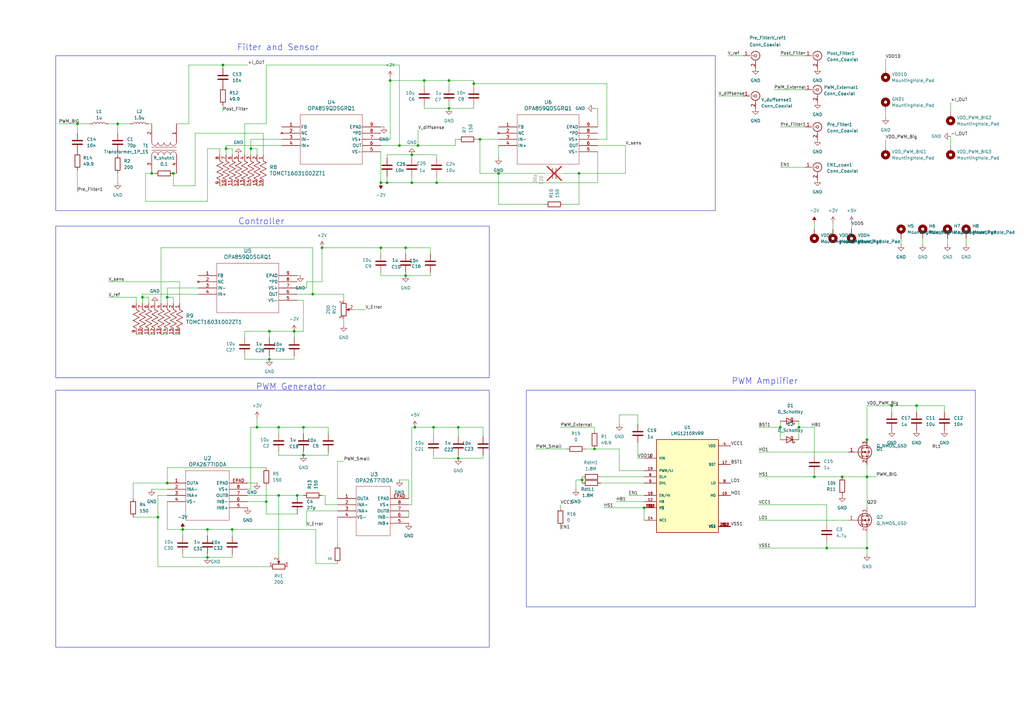
<source format=kicad_sch>
(kicad_sch (version 20231120) (generator "eeschema") (generator_version "8.0")
  (paper "A3")
  (junction (at 71.12 71.12))
  (junction (at 264.16 208.28))
  (junction (at 334.01 195.58))
  (junction (at 204.47 71.12))
  (junction (at 184.15 33.02))
  (junction (at 156.21 101.6))
  (junction (at 355.6 180.34))
  (junction (at 52.07 356.87))
  (junction (at 163.83 59.69))
  (junction (at 187.96 187.96))
  (junction (at 327.66 175.26))
  (junction (at 48.26 50.8))
  (junction (at 243.84 184.15))
  (junction (at 68.58 198.12))
  (junction (at 128.27 120.65))
  (junction (at 237.49 71.12))
  (junction (at 339.09 224.79))
  (junction (at 171.45 59.69))
  (junction (at 177.8 175.26))
  (junction (at 91.44 26.67))
  (junction (at 114.3 203.2))
  (junction (at 92.71 359.41))
  (junction (at 110.49 147.32))
  (junction (at 85.09 217.17))
  (junction (at 58.42 121.92))
  (junction (at 109.22 205.74))
  (junction (at 85.09 228.6))
  (junction (at 95.25 217.17))
  (junction (at 196.85 57.15))
  (junction (at 124.46 186.69))
  (junction (at 173.99 33.02))
  (junction (at 105.41 175.26))
  (junction (at 158.75 74.93))
  (junction (at 92.71 60.96))
  (junction (at 168.91 74.93))
  (junction (at 345.44 195.58))
  (junction (at 62.23 71.12))
  (junction (at 156.21 74.93))
  (junction (at 320.04 175.26))
  (junction (at 132.08 101.6))
  (junction (at 355.6 224.79))
  (junction (at 120.65 135.89))
  (junction (at 187.96 175.26))
  (junction (at 123.19 356.87))
  (junction (at 194.31 34.29))
  (junction (at 69.85 359.41))
  (junction (at 64.77 212.09))
  (junction (at 355.6 195.58))
  (junction (at 124.46 175.26))
  (junction (at 160.02 33.02))
  (junction (at 110.49 135.89))
  (junction (at 121.92 203.2))
  (junction (at 179.07 74.93))
  (junction (at 31.75 50.8))
  (junction (at 365.76 166.37))
  (junction (at 375.92 166.37))
  (junction (at 115.57 356.87))
  (junction (at 68.58 121.92))
  (junction (at 168.91 63.5))
  (junction (at 114.3 175.26))
  (junction (at 166.37 113.03))
  (junction (at 238.76 196.85))
  (junction (at 170.18 175.26))
  (junction (at 184.15 44.45))
  (junction (at 166.37 101.6))
  (junction (at 102.87 60.96))
  (junction (at 74.93 217.17))
  (wire (pts (xy 334.01 195.58) (xy 345.44 195.58)))
  (wire (pts (xy 156.21 111.76) (xy 156.21 113.03)))
  (wire (pts (xy 240.03 184.15) (xy 243.84 184.15)))
  (wire (pts (xy 176.53 113.03) (xy 176.53 111.76)))
  (wire (pts (xy 128.27 101.6) (xy 128.27 120.65)))
  (wire (pts (xy 237.49 71.12) (xy 237.49 83.82)))
  (wire (pts (xy 44.45 50.8) (xy 48.26 50.8)))
  (wire (pts (xy 123.19 356.87) (xy 123.19 378.46)))
  (wire (pts (xy 90.17 60.96) (xy 90.17 63.5)))
  (wire (pts (xy 46.99 382.27) (xy 46.99 356.87)))
  (wire (pts (xy 71.12 71.12) (xy 71.12 76.2)))
  (wire (pts (xy 365.76 166.37) (xy 375.92 166.37)))
  (wire (pts (xy 156.21 74.93) (xy 158.75 74.93)))
  (wire (pts (xy 124.46 186.69) (xy 124.46 185.42)))
  (wire (pts (xy 125.73 209.55) (xy 138.43 209.55)))
  (wire (pts (xy 187.96 179.07) (xy 187.96 175.26)))
  (wire (pts (xy 102.87 200.66) (xy 101.6 200.66)))
  (wire (pts (xy 156.21 57.15) (xy 160.02 57.15)))
  (wire (pts (xy 186.69 57.15) (xy 186.69 59.69)))
  (wire (pts (xy 109.22 199.39) (xy 109.22 205.74)))
  (wire (pts (xy 173.99 35.56) (xy 173.99 33.02)))
  (wire (pts (xy 168.91 175.26) (xy 170.18 175.26)))
  (wire (pts (xy 74.93 228.6) (xy 85.09 228.6)))
  (wire (pts (xy 389.89 55.88) (xy 389.89 59.69)))
  (wire (pts (xy 179.07 72.39) (xy 179.07 74.93)))
  (wire (pts (xy 68.58 121.92) (xy 68.58 118.11)))
  (wire (pts (xy 58.42 121.92) (xy 60.96 121.92)))
  (wire (pts (xy 194.31 34.29) (xy 248.92 34.29)))
  (wire (pts (xy 110.49 147.32) (xy 120.65 147.32)))
  (wire (pts (xy 355.6 190.5) (xy 355.6 195.58)))
  (wire (pts (xy 105.41 63.5) (xy 105.41 60.96)))
  (wire (pts (xy 55.88 121.92) (xy 55.88 124.46)))
  (wire (pts (xy 105.41 60.96) (xy 102.87 60.96)))
  (wire (pts (xy 160.02 33.02) (xy 173.99 33.02)))
  (wire (pts (xy 124.46 177.8) (xy 124.46 175.26)))
  (wire (pts (xy 100.33 76.2) (xy 102.87 76.2)))
  (wire (pts (xy 100.33 146.05) (xy 100.33 147.32)))
  (wire (pts (xy 66.04 349.25) (xy 69.85 349.25)))
  (wire (pts (xy 298.45 22.86) (xy 304.8 22.86)))
  (wire (pts (xy 58.42 120.65) (xy 81.28 120.65)))
  (wire (pts (xy 375.92 166.37) (xy 375.92 168.91)))
  (wire (pts (xy 74.93 219.71) (xy 74.93 217.17)))
  (wire (pts (xy 184.15 44.45) (xy 184.15 43.18)))
  (wire (pts (xy 107.95 54.61) (xy 107.95 63.5)))
  (wire (pts (xy 74.93 227.33) (xy 74.93 228.6)))
  (wire (pts (xy 91.44 354.33) (xy 96.52 354.33)))
  (wire (pts (xy 204.47 71.12) (xy 196.85 71.12)))
  (wire (pts (xy 74.93 217.17) (xy 68.58 217.17)))
  (wire (pts (xy 90.17 76.2) (xy 92.71 76.2)))
  (wire (pts (xy 44.45 115.57) (xy 73.66 115.57)))
  (wire (pts (xy 77.47 26.67) (xy 77.47 50.8)))
  (wire (pts (xy 177.8 186.69) (xy 177.8 187.96)))
  (wire (pts (xy 58.42 349.25) (xy 52.07 349.25)))
  (wire (pts (xy 123.19 356.87) (xy 129.54 356.87)))
  (wire (pts (xy 158.75 354.33) (xy 163.83 354.33)))
  (wire (pts (xy 55.88 137.16) (xy 58.42 137.16)))
  (wire (pts (xy 138.43 347.98) (xy 138.43 351.79)))
  (wire (pts (xy 156.21 113.03) (xy 166.37 113.03)))
  (wire (pts (xy 378.46 97.79) (xy 378.46 100.33)))
  (wire (pts (xy 109.22 26.67) (xy 163.83 26.67)))
  (wire (pts (xy 176.53 101.6) (xy 166.37 101.6)))
  (wire (pts (xy 31.75 69.85) (xy 31.75 78.74)))
  (wire (pts (xy 355.6 166.37) (xy 355.6 180.34)))
  (wire (pts (xy 320.04 175.26) (xy 320.04 180.34)))
  (wire (pts (xy 143.51 351.79) (xy 138.43 351.79)))
  (wire (pts (xy 388.62 97.79) (xy 388.62 100.33)))
  (wire (pts (xy 100.33 50.8) (xy 109.22 50.8)))
  (wire (pts (xy 334.01 175.26) (xy 334.01 186.69)))
  (wire (pts (xy 396.24 97.79) (xy 396.24 100.33)))
  (wire (pts (xy 339.09 224.79) (xy 355.6 224.79)))
  (wire (pts (xy 184.15 35.56) (xy 184.15 33.02)))
  (wire (pts (xy 95.25 217.17) (xy 85.09 217.17)))
  (wire (pts (xy 101.6 372.11) (xy 92.71 372.11)))
  (wire (pts (xy 95.25 217.17) (xy 129.54 217.17)))
  (wire (pts (xy 334.01 91.44) (xy 334.01 93.98)))
  (wire (pts (xy 170.18 175.26) (xy 177.8 175.26)))
  (wire (pts (xy 105.41 175.26) (xy 114.3 175.26)))
  (wire (pts (xy 369.57 97.79) (xy 369.57 100.33)))
  (wire (pts (xy 91.44 26.67) (xy 101.6 26.67)))
  (wire (pts (xy 187.96 175.26) (xy 198.12 175.26)))
  (wire (pts (xy 177.8 175.26) (xy 177.8 179.07)))
  (wire (pts (xy 58.42 120.65) (xy 58.42 121.92)))
  (wire (pts (xy 339.09 214.63) (xy 339.09 207.01)))
  (wire (pts (xy 109.22 205.74) (xy 101.6 205.74)))
  (wire (pts (xy 91.44 355.6) (xy 91.44 354.33)))
  (wire (pts (xy 196.85 57.15) (xy 195.58 57.15)))
  (wire (pts (xy 102.87 175.26) (xy 102.87 200.66)))
  (wire (pts (xy 121.92 113.03) (xy 123.19 113.03)))
  (wire (pts (xy 119.38 382.27) (xy 46.99 382.27)))
  (wire (pts (xy 59.69 71.12) (xy 59.69 82.55)))
  (wire (pts (xy 62.23 71.12) (xy 59.69 71.12)))
  (wire (pts (xy 341.63 91.44) (xy 341.63 93.98)))
  (wire (pts (xy 264.16 187.96) (xy 261.62 187.96)))
  (wire (pts (xy 237.49 71.12) (xy 231.14 71.12)))
  (wire (pts (xy 375.92 166.37) (xy 387.35 166.37)))
  (wire (pts (xy 311.15 224.79) (xy 339.09 224.79)))
  (wire (pts (xy 102.87 57.15) (xy 115.57 57.15)))
  (wire (pts (xy 109.22 372.11) (xy 115.57 372.11)))
  (wire (pts (xy 109.22 50.8) (xy 109.22 26.67)))
  (wire (pts (xy 317.5 36.83) (xy 330.2 36.83)))
  (wire (pts (xy 100.33 135.89) (xy 110.49 135.89)))
  (wire (pts (xy 95.25 228.6) (xy 95.25 227.33)))
  (wire (pts (xy 245.11 52.07) (xy 245.11 44.45)))
  (wire (pts (xy 231.14 83.82) (xy 237.49 83.82)))
  (wire (pts (xy 132.08 101.6) (xy 156.21 101.6)))
  (wire (pts (xy 363.22 24.13) (xy 363.22 27.94)))
  (wire (pts (xy 173.99 44.45) (xy 184.15 44.45)))
  (wire (pts (xy 168.91 63.5) (xy 168.91 64.77)))
  (wire (pts (xy 177.8 175.26) (xy 187.96 175.26)))
  (wire (pts (xy 114.3 177.8) (xy 114.3 175.26)))
  (wire (pts (xy 125.73 115.57) (xy 132.08 115.57)))
  (wire (pts (xy 58.42 124.46) (xy 58.42 121.92)))
  (wire (pts (xy 254 184.15) (xy 254 193.04)))
  (wire (pts (xy 355.6 224.79) (xy 355.6 227.33)))
  (wire (pts (xy 168.91 207.01) (xy 167.64 207.01)))
  (wire (pts (xy 92.71 63.5) (xy 92.71 60.96)))
  (wire (pts (xy 168.91 207.01) (xy 168.91 175.26)))
  (wire (pts (xy 158.75 72.39) (xy 158.75 74.93)))
  (wire (pts (xy 105.41 171.45) (xy 105.41 175.26)))
  (wire (pts (xy 143.51 356.87) (xy 137.16 356.87)))
  (wire (pts (xy 187.96 187.96) (xy 187.96 186.69)))
  (wire (pts (xy 163.83 59.69) (xy 171.45 59.69)))
  (wire (pts (xy 125.73 215.9) (xy 125.73 209.55)))
  (wire (pts (xy 100.33 63.5) (xy 100.33 50.8)))
  (wire (pts (xy 264.16 208.28) (xy 264.16 213.36)))
  (wire (pts (xy 74.93 217.17) (xy 85.09 217.17)))
  (wire (pts (xy 105.41 175.26) (xy 102.87 175.26)))
  (wire (pts (xy 67.31 359.41) (xy 69.85 359.41)))
  (wire (pts (xy 194.31 44.45) (xy 194.31 43.18)))
  (wire (pts (xy 100.33 138.43) (xy 100.33 135.89)))
  (wire (pts (xy 133.35 203.2) (xy 133.35 207.01)))
  (wire (pts (xy 156.21 101.6) (xy 166.37 101.6)))
  (wire (pts (xy 111.76 356.87) (xy 115.57 356.87)))
  (wire (pts (xy 101.6 203.2) (xy 114.3 203.2)))
  (wire (pts (xy 236.22 196.85) (xy 236.22 200.66)))
  (wire (pts (xy 80.01 76.2) (xy 80.01 54.61)))
  (wire (pts (xy 85.09 60.96) (xy 85.09 82.55)))
  (wire (pts (xy 355.6 180.34) (xy 355.6 181.61)))
  (wire (pts (xy 64.77 232.41) (xy 64.77 212.09)))
  (wire (pts (xy 246.38 195.58) (xy 264.16 195.58)))
  (wire (pts (xy 80.01 54.61) (xy 107.95 54.61)))
  (wire (pts (xy 229.87 207.01) (xy 229.87 208.28)))
  (wire (pts (xy 48.26 71.12) (xy 48.26 74.93)))
  (wire (pts (xy 105.41 198.12) (xy 101.6 198.12)))
  (wire (pts (xy 129.54 217.17) (xy 129.54 231.14)))
  (wire (pts (xy 95.25 76.2) (xy 97.79 76.2)))
  (wire (pts (xy 100.33 147.32) (xy 110.49 147.32)))
  (wire (pts (xy 294.64 39.37) (xy 304.8 39.37)))
  (wire (pts (xy 158.75 63.5) (xy 158.75 64.77)))
  (wire (pts (xy 160.02 31.75) (xy 160.02 33.02)))
  (wire (pts (xy 311.15 175.26) (xy 320.04 175.26)))
  (wire (pts (xy 167.64 196.85) (xy 167.64 204.47)))
  (wire (pts (xy 92.71 372.11) (xy 92.71 359.41)))
  (wire (pts (xy 363.22 57.15) (xy 363.22 59.69)))
  (wire (pts (xy 179.07 64.77) (xy 179.07 63.5)))
  (wire (pts (xy 158.75 74.93) (xy 168.91 74.93)))
  (wire (pts (xy 140.97 133.35) (xy 140.97 130.81)))
  (wire (pts (xy 121.92 118.11) (xy 125.73 118.11)))
  (wire (pts (xy 254 193.04) (xy 264.16 193.04)))
  (wire (pts (xy 60.96 50.8) (xy 62.23 50.8)))
  (wire (pts (xy 124.46 186.69) (xy 134.62 186.69)))
  (wire (pts (xy 134.62 186.69) (xy 134.62 185.42)))
  (wire (pts (xy 194.31 33.02) (xy 184.15 33.02)))
  (wire (pts (xy 124.46 123.19) (xy 121.92 123.19)))
  (wire (pts (xy 132.08 115.57) (xy 132.08 101.6)))
  (wire (pts (xy 140.97 120.65) (xy 128.27 120.65)))
  (wire (pts (xy 238.76 196.85) (xy 238.76 198.12)))
  (wire (pts (xy 256.54 59.69) (xy 256.54 71.12)))
  (wire (pts (xy 166.37 104.14) (xy 166.37 101.6)))
  (wire (pts (xy 48.26 62.23) (xy 48.26 63.5)))
  (wire (pts (xy 66.04 101.6) (xy 66.04 124.46)))
  (wire (pts (xy 54.61 212.09) (xy 64.77 212.09)))
  (wire (pts (xy 166.37 113.03) (xy 166.37 111.76)))
  (wire (pts (xy 85.09 60.96) (xy 90.17 60.96)))
  (wire (pts (xy 64.77 212.09) (xy 64.77 203.2)))
  (wire (pts (xy 179.07 63.5) (xy 168.91 63.5)))
  (wire (pts (xy 109.22 205.74) (xy 109.22 210.82)))
  (wire (pts (xy 114.3 203.2) (xy 121.92 203.2)))
  (wire (pts (xy 91.44 43.18) (xy 91.44 45.72)))
  (wire (pts (xy 31.75 50.8) (xy 36.83 50.8)))
  (wire (pts (xy 44.45 121.92) (xy 55.88 121.92)))
  (wire (pts (xy 31.75 50.8) (xy 31.75 54.61)))
  (wire (pts (xy 179.07 74.93) (xy 245.11 74.93)))
  (wire (pts (xy 198.12 187.96) (xy 198.12 186.69)))
  (wire (pts (xy 320.04 172.72) (xy 320.04 175.26)))
  (wire (pts (xy 115.57 356.87) (xy 115.57 372.11)))
  (wire (pts (xy 120.65 138.43) (xy 120.65 135.89)))
  (wire (pts (xy 144.78 127) (xy 149.86 127)))
  (wire (pts (xy 71.12 76.2) (xy 80.01 76.2)))
  (wire (pts (xy 138.43 189.23) (xy 140.97 189.23)))
  (wire (pts (xy 247.65 208.28) (xy 264.16 208.28)))
  (wire (pts (xy 54.61 198.12) (xy 54.61 204.47)))
  (wire (pts (xy 48.26 50.8) (xy 48.26 54.61)))
  (wire (pts (xy 256.54 71.12) (xy 237.49 71.12)))
  (wire (pts (xy 92.71 60.96) (xy 95.25 60.96)))
  (wire (pts (xy 92.71 59.69) (xy 92.71 60.96)))
  (wire (pts (xy 334.01 195.58) (xy 334.01 194.31)))
  (wire (pts (xy 68.58 191.77) (xy 68.58 198.12)))
  (wire (pts (xy 68.58 121.92) (xy 68.58 124.46)))
  (wire (pts (xy 138.43 223.52) (xy 138.43 212.09)))
  (wire (pts (xy 50.8 361.95) (xy 52.07 361.95)))
  (wire (pts (xy 204.47 71.12) (xy 204.47 83.82)))
  (wire (pts (xy 163.83 196.85) (xy 167.64 196.85)))
  (wire (pts (xy 177.8 187.96) (xy 187.96 187.96)))
  (wire (pts (xy 173.99 43.18) (xy 173.99 44.45)))
  (wire (pts (xy 168.91 72.39) (xy 168.91 74.93)))
  (wire (pts (xy 68.58 191.77) (xy 109.22 191.77)))
  (wire (pts (xy 102.87 60.96) (xy 102.87 63.5)))
  (wire (pts (xy 167.64 209.55) (xy 167.64 212.09)))
  (wire (pts (xy 134.62 175.26) (xy 124.46 175.26)))
  (wire (pts (xy 261.62 187.96) (xy 261.62 181.61)))
  (wire (pts (xy 46.99 356.87) (xy 52.07 356.87)))
  (wire (pts (xy 105.41 76.2) (xy 107.95 76.2)))
  (wire (pts (xy 245.11 62.23) (xy 245.11 74.93)))
  (wire (pts (xy 355.6 195.58) (xy 355.6 208.28)))
  (wire (pts (xy 327.66 172.72) (xy 327.66 175.26)))
  (wire (pts (xy 168.91 74.93) (xy 179.07 74.93)))
  (wire (pts (xy 156.21 59.69) (xy 163.83 59.69)))
  (wire (pts (xy 69.85 359.41) (xy 72.39 359.41)))
  (wire (pts (xy 156.21 74.93) (xy 156.21 62.23)))
  (wire (pts (xy 69.85 349.25) (xy 69.85 359.41)))
  (wire (pts (xy 71.12 137.16) (xy 73.66 137.16)))
  (wire (pts (xy 194.31 34.29) (xy 194.31 33.02)))
  (wire (pts (xy 243.84 184.15) (xy 254 184.15)))
  (wire (pts (xy 219.71 184.15) (xy 232.41 184.15)))
  (wire (pts (xy 311.15 207.01) (xy 339.09 207.01)))
  (wire (pts (xy 160.02 33.02) (xy 160.02 57.15)))
  (wire (pts (xy 257.81 203.2) (xy 264.16 203.2)))
  (wire (pts (xy 52.07 349.25) (xy 52.07 356.87)))
  (wire (pts (xy 115.57 356.87) (xy 123.19 356.87)))
  (wire (pts (xy 85.09 82.55) (xy 59.69 82.55)))
  (wire (pts (xy 95.25 60.96) (xy 95.25 63.5)))
  (wire (pts (xy 198.12 179.07) (xy 198.12 175.26)))
  (wire (pts (xy 68.58 198.12) (xy 54.61 198.12)))
  (wire (pts (xy 121.92 203.2) (xy 124.46 203.2)))
  (wire (pts (xy 109.22 210.82) (xy 121.92 210.82)))
  (wire (pts (xy 194.31 35.56) (xy 194.31 34.29)))
  (wire (pts (xy 114.3 185.42) (xy 114.3 186.69)))
  (wire (pts (xy 120.65 135.89) (xy 124.46 135.89)))
  (wire (pts (xy 133.35 207.01) (xy 138.43 207.01)))
  (wire (pts (xy 248.92 57.15) (xy 245.11 57.15)))
  (wire (pts (xy 311.15 185.42) (xy 347.98 185.42)))
  (wire (pts (xy 238.76 195.58) (xy 238.76 196.85)))
  (wire (pts (xy 355.6 218.44) (xy 355.6 224.79)))
  (wire (pts (xy 66.04 101.6) (xy 128.27 101.6)))
  (wire (pts (xy 114.3 203.2) (xy 114.3 228.6)))
  (wire (pts (xy 166.37 113.03) (xy 176.53 113.03)))
  (wire (pts (xy 134.62 177.8) (xy 134.62 175.26)))
  (wire (pts (xy 248.92 34.29) (xy 248.92 57.15)))
  (wire (pts (xy 261.62 170.18) (xy 261.62 173.99)))
  (wire (pts (xy 95.25 219.71) (xy 95.25 217.17)))
  (wire (pts (xy 62.23 71.12) (xy 63.5 71.12)))
  (wire (pts (xy 163.83 26.67) (xy 163.83 59.69)))
  (wire (pts (xy 223.52 71.12) (xy 204.47 71.12)))
  (wire (pts (xy 68.58 118.11) (xy 81.28 118.11)))
  (wire (pts (xy 168.91 63.5) (xy 158.75 63.5)))
  (wire (pts (xy 102.87 60.96) (xy 102.87 57.15)))
  (wire (pts (xy 114.3 186.69) (xy 124.46 186.69)))
  (wire (pts (xy 60.96 121.92) (xy 60.96 124.46)))
  (wire (pts (xy 171.45 59.69) (xy 186.69 59.69)))
  (wire (pts (xy 85.09 219.71) (xy 85.09 217.17)))
  (wire (pts (xy 156.21 104.14) (xy 156.21 101.6)))
  (wire (pts (xy 85.09 228.6) (xy 85.09 227.33)))
  (wire (pts (xy 229.87 175.26) (xy 243.84 175.26)))
  (wire (pts (xy 48.26 50.8) (xy 53.34 50.8)))
  (wire (pts (xy 355.6 166.37) (xy 365.76 166.37)))
  (wire (pts (xy 72.39 50.8) (xy 77.47 50.8)))
  (wire (pts (xy 229.87 215.9) (xy 229.87 217.17)))
  (wire (pts (xy 187.96 57.15) (xy 186.69 57.15)))
  (wire (pts (xy 92.71 59.69) (xy 115.57 59.69)))
  (wire (pts (xy 320.04 68.58) (xy 330.2 68.58)))
  (wire (pts (xy 50.8 365.76) (xy 50.8 361.95)))
  (wire (pts (xy 176.53 104.14) (xy 176.53 101.6)))
  (wire (pts (xy 120.65 147.32) (xy 120.65 146.05)))
  (wire (pts (xy 387.35 166.37) (xy 387.35 168.91)))
  (wire (pts (xy 254 173.99) (xy 254 170.18)))
  (wire (pts (xy 110.49 138.43) (xy 110.49 135.89)))
  (wire (pts (xy 156.21 52.07) (xy 157.48 52.07)))
  (wire (pts (xy 184.15 44.45) (xy 194.31 44.45)))
  (wire (pts (xy 121.92 120.65) (xy 128.27 120.65)))
  (wire (pts (xy 85.09 228.6) (xy 95.25 228.6)))
  (wire (pts (xy 68.58 205.74) (xy 68.58 217.17)))
  (wire (pts (xy 363.22 45.72) (xy 363.22 48.26)))
  (wire (pts (xy 91.44 26.67) (xy 91.44 27.94)))
  (wire (pts (xy 243.84 44.45) (xy 245.11 44.45)))
  (wire (pts (xy 77.47 26.67) (xy 91.44 26.67)))
  (wire (pts (xy 124.46 123.19) (xy 124.46 135.89)))
  (wire (pts (xy 320.04 52.07) (xy 330.2 52.07)))
  (wire (pts (xy 125.73 115.57) (xy 125.73 118.11)))
  (wire (pts (xy 238.76 196.85) (xy 236.22 196.85)))
  (wire (pts (xy 196.85 71.12) (xy 196.85 57.15)))
  (wire (pts (xy 254 170.18) (xy 261.62 170.18)))
  (wire (pts (xy 62.23 200.66) (xy 68.58 200.66)))
  (wire (pts (xy 64.77 203.2) (xy 68.58 203.2)))
  (wire (pts (xy 252.73 205.74) (xy 264.16 205.74)))
  (wire (pts (xy 311.15 195.58) (xy 334.01 195.58)))
  (wire (pts (xy 171.45 53.34) (xy 171.45 59.69)))
  (wire (pts (xy 66.04 137.16) (xy 68.58 137.16)))
  (wire (pts (xy 320.04 22.86) (xy 330.2 22.86)))
  (wire (pts (xy 243.84 175.26) (xy 243.84 176.53)))
  (wire (pts (xy 196.85 57.15) (xy 204.47 57.15)))
  (wire (pts (xy 327.66 175.26) (xy 327.66 180.34)))
  (wire (pts (xy 204.47 59.69) (xy 204.47 64.77)))
  (wire (pts (xy 132.08 203.2) (xy 133.35 203.2)))
  (wire (pts (xy 120.65 135.89) (xy 110.49 135.89)))
  (wire (pts (xy 389.89 41.91) (xy 389.89 45.72)))
  (wire (pts (xy 327.66 175.26) (xy 334.01 175.26)))
  (wire (pts (xy 223.52 83.82) (xy 204.47 83.82)))
  (wire (pts (xy 60.96 137.16) (xy 63.5 137.16)))
  (wire (pts (xy 92.71 359.41) (xy 96.52 359.41)))
  (wire (pts (xy 355.6 195.58) (xy 359.41 195.58)))
  (wire (pts (xy 187.96 187.96) (xy 198.12 187.96)))
  (wire (pts (xy 345.44 195.58) (xy 355.6 195.58)))
  (wire (pts (xy 365.76 166.37) (xy 365.76 168.91)))
  (wire (pts (xy 339.09 222.25) (xy 339.09 224.79)))
  (wire (pts (xy 80.01 359.41) (xy 92.71 359.41)))
  (wire (pts (xy 73.66 115.57) (xy 73.66 124.46)))
  (wire (pts (xy 71.12 121.92) (xy 68.58 121.92)))
  (wire (pts (xy 349.25 91.44) (xy 349.25 93.98)))
  (wire (pts (xy 138.43 189.23) (xy 138.43 204.47)))
  (wire (pts (xy 24.13 50.8) (xy 31.75 50.8)))
  (wire (pts (xy 245.11 59.69) (xy 256.54 59.69)))
  (wire (pts (xy 129.54 231.14) (xy 138.43 231.14)))
  (wire (pts (xy 140.97 123.19) (xy 140.97 120.65)))
  (wire (pts (xy 64.77 232.41) (xy 110.49 232.41)))
  (wire (pts (xy 71.12 124.46) (xy 71.12 121.92)))
  (wire (pts (xy 114.3 175.26) (xy 124.46 175.26)))
  (wire (pts (xy 311.15 213.36) (xy 347.98 213.36)))
  (wire (pts (xy 72.39 71.12) (xy 71.12 71.12)))
  (wire (pts (xy 110.49 147.32) (xy 110.49 146.05)))
  (wire (pts (xy 173.99 33.02) (xy 184.15 33.02)))
  (wire (pts (xy 246.38 198.12) (xy 264.16 198.12)))
  (rectangle (start 41.91 345.44) (end 88.9 391.16) (stroke (width 0.0254)) (fill (type color) (color 0 1 255 0.11)))
  (rectangle (start 215.9 160.02) (end 400.05 248.92))
  (rectangle (start 22.86 22.86) (end 293.37 86.36))
  (rectangle (start 22.86 160.02) (end 200.66 265.43))
  (rectangle (start 22.86 92.71) (end 200.66 154.94))
  (rectangle (start 128.27 345.44) (end 167.64 391.16) (stroke (width 0.0254)) (fill (type color) (color 29 255 0 0.14)))
  (rectangle (start 88.9 345.44) (end 128.27 391.16) (stroke (width 0.0254)) (fill (type color) (color 255 0 11 0.11)))
  (text "Controller" (at 107.188 90.932 0) (effects (font (size 2.54 2.54))))
  (text "Filter and Sensor" (at 114.046 19.558 0) (effects (font (size 2.54 2.54))))
  (text "PWM Generator" (at 119.38 158.75 0) (effects (font (size 2.54 2.54))))
  (text "PWM Amplifier" (at 313.69 156.464 0) (effects (font (size 2.54 2.54))))
  (label "VCC1" (at 311.15 207.01 0))
  (label "V_Error" (at 125.73 215.9 0))
  (label "PWM_Small" (at 140.97 189.23 0))
  (label "VDD_PWM_Big" (at 363.22 57.15 0))
  (label "PWM_BIG" (at 24.13 50.8 0))
  (label "HO1" (at 311.15 185.42 0))
  (label "PWM_Small" (at 219.71 184.15 0))
  (label "PWM" (at 158.75 354.33 0))
  (label "HB1" (at 332.74 175.26 0))
  (label "+I_OUT" (at 389.89 41.91 0))
  (label "VSS1" (at 311.15 224.79 0))
  (label "PWM_External" (at 229.87 175.26 0))
  (label "VDD10" (at 363.22 24.13 0))
  (label "HB1" (at 252.73 205.74 0))
  (label "V_sens" (at 44.45 115.57 0))
  (label "Triangle" (at 115.57 356.87 0))
  (label "Error" (at 138.43 347.98 0))
  (label "Post_Filter" (at 91.44 45.72 0))
  (label "RL1" (at 382.27 184.15 0))
  (label "PWM_BIG" (at 359.41 195.58 0))
  (label "VDD5" (at 349.25 92.71 0))
  (label "BST1" (at 299.72 190.5 0))
  (label "Square" (at 81.28 359.41 0))
  (label "V_diffsense" (at 171.45 53.34 0))
  (label "V_Error" (at 149.86 127 0))
  (label "VDD10" (at 261.62 187.96 0))
  (label "HS1" (at 247.65 208.28 0))
  (label "-I_OUT" (at 389.89 55.88 0))
  (label "EN1" (at 229.87 217.17 0))
  (label "BST1" (at 311.15 175.26 0))
  (label "V_diffsense" (at 294.64 39.37 0))
  (label "V_ref" (at 298.45 22.86 0))
  (label "VDD_PWM_Big" (at 355.6 166.37 0))
  (label "Post_Filter" (at 320.04 22.86 0))
  (label "Pre_Filter1" (at 320.04 52.07 0))
  (label "LO1" (at 299.72 198.12 0))
  (label "Q2D" (at 355.6 207.01 0))
  (label "Pre_Filter1" (at 31.75 78.74 0))
  (label "VCC1" (at 229.87 207.01 0))
  (label "+I_OUT" (at 101.6 26.67 0))
  (label "LO1" (at 311.15 213.36 0))
  (label "V_sens" (at 256.54 59.69 0))
  (label "PWM_External" (at 317.5 36.83 0))
  (label "V_ref" (at 44.45 121.92 0))
  (label "VCC1" (at 299.72 182.88 0))
  (label "EN1" (at 320.04 68.58 0))
  (label "EN1" (at 257.81 203.2 0))
  (label "VSS1" (at 299.72 215.9 0))
  (label "HO1" (at 299.72 203.2 0))
  (label "HS1" (at 311.15 195.58 0))
  (symbol (lib_id "power:GND") (at 140.97 133.35 0) (mirror y) (unit 1)
    (property "Reference" "#PWR09" (effects (hide yes)))
    (property "Value" "GND" (at 140.97 138.43 0))
    (property "Description" "Power symbol creates a global label with name \"GND\" , ground" (effects (hide yes)))
  )
  (symbol (lib_id "power:GND") (at 355.6 227.33 0) (unit 1)
    (property "Reference" "#PWR0104" (effects (hide yes)))
    (property "Value" "GND" (at 355.6 232.41 0))
    (property "Description" "Power symbol creates a global label with name \"GND\" , ground" (effects (hide yes)))
  )
  (symbol (lib_id "Device:C") (at 74.93 223.52 180) (unit 1)
    (property "Reference" "C30" (at 71.12 224.7901 0) (effects (justify left)))
    (property "Value" "10u" (at 71.12 222.2501 0) (effects (justify left)))
    (property "Footprint" "Capacitor_SMD:C_0402_1005Metric" (effects (hide yes)))
    (property "Description" "Unpolarized capacitor" (effects (hide yes)))
  )
  (symbol (lib_id "Device:C") (at 110.49 142.24 180) (unit 1)
    (property "Reference" "C28" (at 104.648 143.764 0) (effects (justify right)))
    (property "Value" "1u" (at 104.902 140.97 0) (effects (justify right)))
    (property "Footprint" "Capacitor_SMD:C_0402_1005Metric" (effects (hide yes)))
    (property "Description" "Unpolarized capacitor" (effects (hide yes)))
  )
  (symbol (lib_id "power:GND") (at 97.79 63.5 180) (unit 1)
    (property "Reference" "#PWR013" (effects (hide yes)))
    (property "Value" "GND" (at 97.79 58.42 0))
    (property "Description" "Power symbol creates a global label with name \"GND\" , ground" (effects (hide yes)))
  )
  (symbol (lib_id "Device:R_Potentiometer") (at 114.3 232.41 90) (unit 1)
    (property "Reference" "RV1" (at 114.3 236.22 90))
    (property "Value" "200" (at 114.3 238.76 90))
    (property "Footprint" "MyFootprints:POT_ 3214W-1-201E" (effects (hide yes)))
    (property "Description" "Potentiometer" (effects (hide yes)))
  )
  (symbol (lib_id "Device:C") (at 227.33 71.12 270) (unit 1) (dnp yes)
    (property "Reference" "C20" (at 221.9961 71.882 0) (effects (justify left)))
    (property "Value" "30p" (at 219.456 71.374 0) (effects (justify left)))
    (property "Footprint" "Capacitor_SMD:C_0402_1005Metric" (effects (hide yes)))
    (property "Description" "Unpolarized capacitor" (effects (hide yes)))
  )
  (symbol (lib_id "power:GND") (at 184.15 44.45 0) (unit 1)
    (property "Reference" "#PWR015" (effects (hide yes)))
    (property "Value" "GND" (at 184.15 49.53 0))
    (property "Description" "Power symbol creates a global label with name \"GND\" , ground" (effects (hide yes)))
  )
  (symbol (lib_id "Connector:Conn_Coaxial") (at 335.28 22.86 0) (unit 1)
    (property "Reference" "Post_Filter1" (at 339.09 21.8831 0) (effects (justify left)))
    (property "Value" "Conn_Coaxial" (at 339.09 24.4231 0) (effects (justify left)))
    (property "Footprint" "Connector_Coaxial:U.FL_Molex_MCRF_73412-0110_Vertical" (effects (hide yes)))
    (property "Description" "coaxial connector (BNC, SMA, SMB, SMC, Cinch/RCA, LEMO, ...)" (effects (hide yes)))
  )
  (symbol (lib_id "Mechanical:MountingHole_Pad") (at 363.22 43.18 0) (unit 1) (exclude_from_sim yes) (in_bom no)
    (property "Reference" "GND1" (at 365.76 40.6399 0) (effects (justify left)))
    (property "Value" "MountingHole_Pad" (at 365.76 43.1799 0) (effects (justify left)))
    (property "Footprint" "MountingHole:MountingHole_2.5mm_Pad_TopBottom" (effects (hide yes)))
    (property "Description" "Mounting Hole with connection" (effects (hide yes)))
  )
  (symbol (lib_id "Device:C") (at 166.37 107.95 180) (unit 1)
    (property "Reference" "C10" (at 160.528 109.474 0) (effects (justify right)))
    (property "Value" "1u" (at 160.782 106.68 0) (effects (justify right)))
    (property "Footprint" "Capacitor_SMD:C_0402_1005Metric" (effects (hide yes)))
    (property "Description" "Unpolarized capacitor" (effects (hide yes)))
  )
  (symbol (lib_id "Mechanical:MountingHole_Pad") (at 378.46 95.25 0) (unit 1) (exclude_from_sim yes) (in_bom no)
    (property "Reference" "H6" (at 381 92.7099 0) (effects (justify left)))
    (property "Value" "MountingHole_Pad" (at 381 95.2499 0) (effects (justify left)))
    (property "Footprint" "MountingHole:MountingHole_4.3mm_M4_DIN965_Pad_TopBottom" (effects (hide yes)))
    (property "Description" "Mounting Hole with connection" (effects (hide yes)))
  )
  (symbol (lib_id "Device:C") (at 261.62 177.8 0) (unit 1)
    (property "Reference" "C19" (at 265.43 176.5299 0) (effects (justify left)))
    (property "Value" "1u" (at 265.43 179.0699 0) (effects (justify left)))
    (property "Footprint" "Capacitor_SMD:C_0402_1005Metric" (effects (hide yes)))
    (property "Description" "Unpolarized capacitor" (effects (hide yes)))
  )
  (symbol (lib_id "power:GND") (at 48.26 74.93 0) (mirror y) (unit 1)
    (property "Reference" "#PWR01" (effects (hide yes)))
    (property "Value" "GND" (at 48.26 80.01 0))
    (property "Description" "Power symbol creates a global label with name \"GND\" , ground" (effects (hide yes)))
  )
  (symbol (lib_id "Device:C") (at 156.21 107.95 180) (unit 1)
    (property "Reference" "C9" (at 152.4 109.2201 0) (effects (justify left)))
    (property "Value" "10u" (at 152.4 106.6801 0) (effects (justify left)))
    (property "Footprint" "Capacitor_SMD:C_0603_1608Metric" (effects (hide yes)))
    (property "Description" "Unpolarized capacitor" (effects (hide yes)))
  )
  (symbol (lib_id "Connector:Conn_Coaxial") (at 335.28 68.58 0) (unit 1)
    (property "Reference" "EN1_coax1" (at 339.09 67.6031 0) (effects (justify left)))
    (property "Value" "Conn_Coaxial" (at 339.09 70.1431 0) (effects (justify left)))
    (property "Footprint" "Connector_Coaxial:U.FL_Molex_MCRF_73412-0110_Vertical" (effects (hide yes)))
    (property "Description" "coaxial connector (BNC, SMA, SMB, SMC, Cinch/RCA, LEMO, ...)" (effects (hide yes)))
  )
  (symbol (lib_id "power:GND") (at 63.5 124.46 180) (unit 1)
    (property "Reference" "#PWR021" (effects (hide yes)))
    (property "Value" "GND" (at 63.5 119.38 0))
    (property "Description" "Power symbol creates a global label with name \"GND\" , ground" (effects (hide yes)))
  )
  (symbol (lib_id "Device:R") (at 242.57 195.58 90) (unit 1)
    (property "Reference" "RdtH1" (at 242.316 189.738 90))
    (property "Value" "1.8M" (at 242.316 192.278 90))
    (property "Footprint" "Resistor_SMD:R_0402_1005Metric" (effects (hide yes)))
    (property "Description" "Resistor" (effects (hide yes)))
  )
  (symbol (lib_id "Device:C") (at 134.62 181.61 180) (unit 1)
    (property "Reference" "C5" (at 130.81 182.8801 0) (effects (justify left)))
    (property "Value" "10n" (at 129.794 180.594 0) (effects (justify left)))
    (property "Footprint" "Capacitor_SMD:C_0402_1005Metric" (effects (hide yes)))
    (property "Description" "Unpolarized capacitor" (effects (hide yes)))
  )
  (symbol (lib_id "power:GND") (at 254 173.99 0) (unit 1)
    (property "Reference" "#PWR04" (effects (hide yes)))
    (property "Value" "GND" (at 254 179.07 0))
    (property "Description" "Power symbol creates a global label with name \"GND\" , ground" (effects (hide yes)))
  )
  (symbol (lib_id "power:GND") (at 101.6 208.28 0) (unit 1)
    (property "Reference" "#PWR037" (effects (hide yes)))
    (property "Value" "GND" (at 101.6 213.36 0))
    (property "Description" "Power symbol creates a global label with name \"GND\" , ground" (effects (hide yes)))
  )
  (symbol (lib_id "power:GND") (at 345.44 203.2 0) (unit 1)
    (property "Reference" "#PWR028" (effects (hide yes)))
    (property "Value" "GND" (at 345.44 208.28 0))
    (property "Description" "Power symbol creates a global label with name \"GND\" , ground" (effects (hide yes)))
  )
  (symbol (lib_id "Device:C") (at 100.33 142.24 180) (unit 1)
    (property "Reference" "C27" (at 96.52 143.5101 0) (effects (justify left)))
    (property "Value" "10u" (at 96.52 140.9701 0) (effects (justify left)))
    (property "Footprint" "Capacitor_SMD:C_0603_1608Metric" (effects (hide yes)))
    (property "Description" "Unpolarized capacitor" (effects (hide yes)))
  )
  (symbol (lib_id "Device:C") (at 85.09 223.52 180) (unit 1)
    (property "Reference" "C31" (at 79.248 225.044 0) (effects (justify right)))
    (property "Value" "1u" (at 79.502 222.25 0) (effects (justify right)))
    (property "Footprint" "Capacitor_SMD:C_0402_1005Metric" (effects (hide yes)))
    (property "Description" "Unpolarized capacitor" (effects (hide yes)))
  )
  (symbol (lib_id "Device:C") (at 176.53 107.95 180) (unit 1)
    (property "Reference" "C16" (at 172.72 109.2201 0) (effects (justify left)))
    (property "Value" "10n" (at 171.704 106.934 0) (effects (justify left)))
    (property "Footprint" "Capacitor_SMD:C_0402_1005Metric" (effects (hide yes)))
    (property "Description" "Unpolarized capacitor" (effects (hide yes)))
  )
  (symbol (lib_id "power:GND") (at 335.28 57.15 0) (unit 1)
    (property "Reference" "#PWR010" (effects (hide yes)))
    (property "Value" "GND" (at 335.28 62.23 0))
    (property "Description" "Power symbol creates a global label with name \"GND\" , ground" (effects (hide yes)))
  )
  (symbol (lib_id "Device:Opamp_Dual") (at 59.69 359.41 0) (unit 1) (on_board no)
    (property "Reference" "U7" (at 59.69 351.79 0))
    (property "Value" "OPAMP" (effects (hide yes)))
    (property "Description" "Dual operational amplifier" (effects (hide yes)))
    (property "Sim.Library" "${KICAD7_SYMBOL_DIR}/Simulation_SPICE.sp" (effects (hide yes)))
    (property "Sim.Name" "kicad_builtin_opamp_dual" (effects (hide yes)))
    (property "Sim.Device" "SUBCKT" (effects (hide yes)))
    (property "Sim.Pins" "1=out1 2=in1- 3=in1+ 4=vee 5=in2+ 6=in2- 7=out2 8=vcc" (effects (hide yes)))
  )
  (symbol (lib_id "2024-11-17_18-44-26:NOMCT16031001AT1") (at 107.95 63.5 270) (unit 1)
    (property "Reference" "R8" (at 110.49 68.5799 90) (effects (font (size 1.524 1.524)) (justify left)))
    (property "Value" "TOMCT16031002ZT1" (at 110.49 71.1199 90) (effects (font (size 1.524 1.524)) (justify left)))
    (property "Footprint" "MyFootprints:NOMCT16031" (effects (hide yes)))
    (property "Datasheet" "NOMCT16031001AT1" (effects (hide yes)))
  )
  (symbol (lib_id "Connector:Conn_Coaxial") (at 335.28 36.83 0) (unit 1)
    (property "Reference" "PWM_External1" (at 337.82 35.8531 0) (effects (justify left)))
    (property "Value" "Conn_Coaxial" (at 337.82 38.3931 0) (effects (justify left)))
    (property "Footprint" "Connector_Coaxial:U.FL_Molex_MCRF_73412-0110_Vertical" (effects (hide yes)))
    (property "Description" "coaxial connector (BNC, SMA, SMB, SMC, Cinch/RCA, LEMO, ...)" (effects (hide yes)))
  )
  (symbol (lib_id "Connector:Conn_Coaxial") (at 309.88 39.37 0) (unit 1)
    (property "Reference" "V_duffsense1" (at 312.166 40.894 0) (effects (justify left)))
    (property "Value" "Conn_Coaxial" (at 312.166 43.434 0) (effects (justify left)))
    (property "Footprint" "Connector_Coaxial:U.FL_Molex_MCRF_73412-0110_Vertical" (effects (hide yes)))
    (property "Description" "coaxial connector (BNC, SMA, SMB, SMC, Cinch/RCA, LEMO, ...)" (effects (hide yes)))
  )
  (symbol (lib_id "Device:R") (at 229.87 212.09 180) (unit 1)
    (property "Reference" "R16" (at 232.41 210.8199 0) (effects (justify right)))
    (property "Value" "0" (at 232.41 213.3599 0) (effects (justify right)))
    (property "Footprint" "Capacitor_SMD:C_0805_2012Metric" (effects (hide yes)))
    (property "Description" "Resistor" (effects (hide yes)))
  )
  (symbol (lib_id "Device:R") (at 67.31 71.12 90) (unit 1)
    (property "Reference" "R_shutn1" (at 67.31 64.77 90))
    (property "Value" "0.1" (at 67.31 67.31 90))
    (property "Footprint" "Resistor_SMD:R_1020_2550Metric_Pad1.33x5.20mm_HandSolder" (effects (hide yes)))
    (property "Description" "Resistor" (effects (hide yes)))
  )
  (symbol (lib_id "power:GND") (at 187.96 187.96 0) (unit 1)
    (property "Reference" "#PWR039" (effects (hide yes)))
    (property "Value" "GND" (at 187.96 193.04 0))
    (property "Description" "Power symbol creates a global label with name \"GND\" , ground" (effects (hide yes)))
  )
  (symbol (lib_id "Device:R") (at 133.35 356.87 270) (unit 1) (on_board no)
    (property "Reference" "R18" (at 133.35 350.52 90))
    (property "Value" "150" (at 133.35 353.06 90))
    (property "Description" "Resistor" (effects (hide yes)))
  )
  (symbol (lib_id "Device:R") (at 128.27 203.2 270) (unit 1)
    (property "Reference" "R13" (at 126.9999 200.66 0) (effects (justify right)))
    (property "Value" "150" (at 129.5399 200.66 0) (effects (justify right)))
    (property "Footprint" "Resistor_SMD:R_0402_1005Metric" (effects (hide yes)))
    (property "Description" "Resistor" (effects (hide yes)))
  )
  (symbol (lib_id "power:GND") (at 124.46 186.69 0) (unit 1)
    (property "Reference" "#PWR08" (effects (hide yes)))
    (property "Value" "GND" (at 124.46 191.77 0))
    (property "Description" "Power symbol creates a global label with name \"GND\" , ground" (effects (hide yes)))
  )
  (symbol (lib_id "power:GND") (at 110.49 147.32 0) (unit 1)
    (property "Reference" "#PWR041" (effects (hide yes)))
    (property "Value" "GND" (at 110.49 152.4 0))
    (property "Description" "Power symbol creates a global label with name \"GND\" , ground" (effects (hide yes)))
  )
  (symbol (lib_id "power:GND") (at 50.8 365.76 0) (unit 1) (on_board no)
    (property "Reference" "#PWR023" (effects (hide yes)))
    (property "Value" "GND" (at 50.8 370.84 0))
    (property "Description" "Power symbol creates a global label with name \"GND\" , ground" (effects (hide yes)))
  )
  (symbol (lib_id "Device:C") (at 124.46 181.61 180) (unit 1)
    (property "Reference" "C18" (at 118.618 183.134 0) (effects (justify right)))
    (property "Value" "1u" (at 118.872 180.34 0) (effects (justify right)))
    (property "Footprint" "Capacitor_SMD:C_0402_1005Metric" (effects (hide yes)))
    (property "Description" "Unpolarized capacitor" (effects (hide yes)))
  )
  (symbol (lib_id "Mechanical:MountingHole_Pad") (at 389.89 48.26 180) (unit 1) (exclude_from_sim yes) (in_bom no)
    (property "Reference" "VDD_PWM_BIG2" (at 392.43 48.2599 0) (effects (justify right)))
    (property "Value" "MountingHole_Pad" (at 392.43 50.7999 0) (effects (justify right)))
    (property "Footprint" "MountingHole:MountingHole_2.5mm_Pad_TopBottom" (effects (hide yes)))
    (property "Description" "Mounting Hole with connection" (effects (hide yes)))
  )
  (symbol (lib_id "Device:R") (at 62.23 349.25 270) (unit 1) (on_board no)
    (property "Reference" "R6" (at 62.23 342.9 90))
    (property "Value" "150" (at 62.23 345.44 90))
    (property "Description" "Resistor" (effects (hide yes)))
  )
  (symbol (lib_id "Device:L") (at 57.15 50.8 90) (unit 1)
    (property "Reference" "L2" (at 57.15 45.72 90))
    (property "Value" "1.5u" (at 57.15 48.26 90))
    (property "Footprint" "MyFootprints:INductor_744060421" (effects (hide yes)))
    (property "Description" "Inductor" (effects (hide yes)))
  )
  (symbol (lib_id "Device:C") (at 120.65 142.24 180) (unit 1)
    (property "Reference" "C29" (at 116.84 143.5101 0) (effects (justify left)))
    (property "Value" "10n" (at 115.824 141.224 0) (effects (justify left)))
    (property "Footprint" "Capacitor_SMD:C_0402_1005Metric" (effects (hide yes)))
    (property "Description" "Unpolarized capacitor" (effects (hide yes)))
  )
  (symbol (lib_id "Device:C") (at 91.44 31.75 180) (unit 1)
    (property "Reference" "C13" (at 95.25 30.4799 0) (effects (justify right)))
    (property "Value" "10n" (at 95.25 33.0199 0) (effects (justify right)))
    (property "Footprint" "Capacitor_SMD:C_0402_1005Metric" (effects (hide yes)))
    (property "Description" "Unpolarized capacitor" (effects (hide yes)))
  )
  (symbol (lib_id "power:GND") (at 389.89 55.88 270) (unit 1)
    (property "Reference" "#PWR020" (effects (hide yes)))
    (property "Value" "GND" (at 386.08 55.8799 90) (effects (justify right)))
    (property "Description" "Power symbol creates a global label with name \"GND\" , ground" (effects (hide yes)))
  )
  (symbol (lib_id "Device:C") (at 95.25 223.52 180) (unit 1)
    (property "Reference" "C32" (at 91.44 224.7901 0) (effects (justify left)))
    (property "Value" "10n" (at 90.424 222.504 0) (effects (justify left)))
    (property "Footprint" "Capacitor_SMD:C_0402_1005Metric" (effects (hide yes)))
    (property "Description" "Unpolarized capacitor" (effects (hide yes)))
  )
  (symbol (lib_id "Device:R") (at 91.44 39.37 180) (unit 1)
    (property "Reference" "R12" (at 93.98 38.0999 0) (effects (justify right)))
    (property "Value" "49.9" (at 93.98 40.6399 0) (effects (justify right)))
    (property "Footprint" "Resistor_SMD:R_0402_1005Metric" (effects (hide yes)))
    (property "Description" "Resistor" (effects (hide yes)))
  )
  (symbol (lib_id "Device:R") (at 191.77 57.15 270) (unit 1)
    (property "Reference" "R7" (at 190.4999 54.61 0) (effects (justify right)))
    (property "Value" "150" (at 193.0399 54.61 0) (effects (justify right)))
    (property "Footprint" "Resistor_SMD:R_0402_1005Metric" (effects (hide yes)))
    (property "Description" "Resistor" (effects (hide yes)))
  )
  (symbol (lib_id "Device:C") (at 194.31 39.37 180) (unit 1)
    (property "Reference" "C8" (at 190.5 40.6401 0) (effects (justify left)))
    (property "Value" "10n" (at 191.008 38.1 0) (effects (justify left)))
    (property "Footprint" "Capacitor_SMD:C_0402_1005Metric" (effects (hide yes)))
    (property "Description" "Unpolarized capacitor" (effects (hide yes)))
  )
  (symbol (lib_id "power:GND") (at 236.22 200.66 0) (unit 1)
    (property "Reference" "#PWR02" (effects (hide yes)))
    (property "Value" "GND" (at 236.22 205.74 0))
    (property "Description" "Power symbol creates a global label with name \"GND\" , ground" (effects (hide yes)))
  )
  (symbol (lib_id "power:GND") (at 335.28 41.91 0) (unit 1)
    (property "Reference" "#PWR05" (effects (hide yes)))
    (property "Value" "GND" (at 335.28 46.99 0))
    (property "Description" "Power symbol creates a global label with name \"GND\" , ground" (effects (hide yes)))
  )
  (symbol (lib_name "D_Schottky_2") (lib_id "Device:D_Schottky") (at 323.85 180.34 180) (unit 1)
    (property "Reference" "D2" (at 324.1675 173.99 0))
    (property "Value" "D_Schottky" (at 324.1675 176.53 0))
    (property "Footprint" "Package_TO_SOT_SMD:SOT-323_SC-70" (effects (hide yes)))
    (property "Description" "Schottky diode" (effects (hide yes)))
  )
  (symbol (lib_id "Device:C") (at 173.99 39.37 180) (unit 1)
    (property "Reference" "C6" (at 170.18 40.6401 0) (effects (justify left)))
    (property "Value" "10u" (at 170.18 38.1001 0) (effects (justify left)))
    (property "Footprint" "Capacitor_SMD:C_0603_1608Metric" (effects (hide yes)))
    (property "Description" "Unpolarized capacitor" (effects (hide yes)))
  )
  (symbol (lib_id "Mechanical:MountingHole_Pad") (at 363.22 30.48 180) (unit 1) (exclude_from_sim yes) (in_bom no)
    (property "Reference" "VDD10" (at 365.76 30.4799 0) (effects (justify right)))
    (property "Value" "MountingHole_Pad" (at 365.76 33.0199 0) (effects (justify right)))
    (property "Footprint" "TestPoint:TestPoint_THTPad_D2.5mm_Drill1.2mm" (effects (hide yes)))
    (property "Description" "Mounting Hole with connection" (effects (hide yes)))
  )
  (symbol (lib_id "power:GND") (at 123.19 113.03 0) (unit 1)
    (property "Reference" "#PWR024" (effects (hide yes)))
    (property "Value" "GND" (at 123.19 118.11 0))
    (property "Description" "Power symbol creates a global label with name \"GND\" , ground" (effects (hide yes)))
  )
  (symbol (lib_id "power:GND") (at 387.35 176.53 0) (unit 1)
    (property "Reference" "#PWR014" (effects (hide yes)))
    (property "Value" "GND" (at 387.35 181.61 0))
    (property "Description" "Power symbol creates a global label with name \"GND\" , ground" (effects (hide yes)))
  )
  (symbol (lib_id "Device:R") (at 138.43 227.33 180) (unit 1)
    (property "Reference" "R3" (effects (hide yes)))
    (property "Value" "0" (at 135.382 229.108 90))
    (property "Footprint" "Capacitor_SMD:C_0805_2012Metric" (effects (hide yes)))
    (property "Description" "Resistor" (effects (hide yes)))
  )
  (symbol (lib_id "Device:R_Potentiometer") (at 140.97 127 0) (unit 1)
    (property "Reference" "RV2" (at 137.16 127 90))
    (property "Value" "200" (at 134.62 127 90))
    (property "Footprint" "MyFootprints:POT_ 3214W-1-201E" (effects (hide yes)))
    (property "Description" "Potentiometer" (effects (hide yes)))
  )
  (symbol (lib_id "Mechanical:MountingHole_Pad") (at 334.01 96.52 180) (unit 1) (exclude_from_sim yes) (in_bom no)
    (property "Reference" "VDD2" (at 336.55 96.5199 0) (effects (justify right)))
    (property "Value" "MountingHole_Pad" (at 336.55 99.0599 0) (effects (justify right)))
    (property "Footprint" "TestPoint:TestPoint_THTPad_D2.5mm_Drill1.2mm" (effects (hide yes)))
    (property "Description" "Mounting Hole with connection" (effects (hide yes)))
  )
  (symbol (lib_id "Device:R") (at 31.75 66.04 180) (unit 1)
    (property "Reference" "R14" (at 34.036 64.77 0) (effects (justify right)))
    (property "Value" "49.9" (at 34.036 67.31 0) (effects (justify right)))
    (property "Footprint" "Resistor_SMD:R_0402_1005Metric" (effects (hide yes)))
    (property "Description" "Resistor" (effects (hide yes)))
  )
  (symbol (lib_id "Device:L") (at 40.64 50.8 90) (unit 1)
    (property "Reference" "L1" (at 40.64 45.72 90))
    (property "Value" "1u" (at 40.64 48.26 90))
    (property "Footprint" "MyFootprints:INductor_744060421" (effects (hide yes)))
    (property "Description" "Inductor" (effects (hide yes)))
  )
  (symbol (lib_id "power:-5V") (at 74.93 217.17 0) (unit 1)
    (property "Reference" "#PWR038" (effects (hide yes)))
    (property "Value" "-2V" (at 74.93 212.09 0))
    (property "Description" "Power symbol creates a global label with name \"-5V\"" (effects (hide yes)))
  )
  (symbol (lib_id "Device:Opamp_Dual") (at 104.14 356.87 0) (unit 2) (on_board no)
    (property "Reference" "U7" (at 104.14 349.25 0))
    (property "Value" "OPAMP" (effects (hide yes)))
    (property "Description" "Dual operational amplifier" (effects (hide yes)))
    (property "Sim.Library" "${KICAD7_SYMBOL_DIR}/Simulation_SPICE.sp" (effects (hide yes)))
    (property "Sim.Name" "kicad_builtin_opamp_dual" (effects (hide yes)))
    (property "Sim.Device" "SUBCKT" (effects (hide yes)))
    (property "Sim.Pins" "1=out1 2=in1- 3=in1+ 4=vee 5=in2+ 6=in2- 7=out2 8=vcc" (effects (hide yes)))
  )
  (symbol (lib_id "Device:C") (at 387.35 172.72 0) (unit 1)
    (property "Reference" "C12" (at 391.16 171.4499 0) (effects (justify left)))
    (property "Value" "10n" (at 391.16 173.9899 0) (effects (justify left)))
    (property "Footprint" "Capacitor_SMD:C_0805_2012Metric" (effects (hide yes)))
    (property "Description" "Unpolarized capacitor" (effects (hide yes)))
  )
  (symbol (lib_id "Device:R") (at 227.33 83.82 270) (unit 1)
    (property "Reference" "R10" (at 226.0599 81.28 0) (effects (justify right)))
    (property "Value" "150" (at 228.5999 81.28 0) (effects (justify right)))
    (property "Footprint" "Resistor_SMD:R_0402_1005Metric" (effects (hide yes)))
    (property "Description" "Resistor" (effects (hide yes)))
  )
  (symbol (lib_id "power:+5V") (at 120.65 135.89 0) (unit 1)
    (property "Reference" "#PWR035" (effects (hide yes)))
    (property "Value" "-2V" (at 120.65 130.81 0))
    (property "Description" "Power symbol creates a global label with name \"+5V\"" (effects (hide yes)))
  )
  (symbol (lib_id "Mechanical:MountingHole_Pad") (at 369.57 95.25 0) (unit 1) (exclude_from_sim yes) (in_bom no)
    (property "Reference" "H5" (at 372.11 92.7099 0) (effects (justify left)))
    (property "Value" "MountingHole_Pad" (at 372.11 95.2499 0) (effects (justify left)))
    (property "Footprint" "MountingHole:MountingHole_4.3mm_M4_DIN965_Pad_TopBottom" (effects (hide yes)))
    (property "Description" "Mounting Hole with connection" (effects (hide yes)))
  )
  (symbol (lib_id "power:GND") (at 91.44 355.6 0) (unit 1) (on_board no)
    (property "Reference" "#PWR036" (effects (hide yes)))
    (property "Value" "GND" (at 94.234 355.854 0))
    (property "Description" "Power symbol creates a global label with name \"GND\" , ground" (effects (hide yes)))
  )
  (symbol (lib_id "2024-11-17_18-44-26:NOMCT16031001AT1") (at 73.66 124.46 270) (unit 1)
    (property "Reference" "R9" (at 76.2 129.5399 90) (effects (font (size 1.524 1.524)) (justify left)))
    (property "Value" "TOMCT16031002ZT1" (at 76.2 132.0799 90) (effects (font (size 1.524 1.524)) (justify left)))
    (property "Footprint" "MyFootprints:NOMCT16031" (effects (hide yes)))
    (property "Datasheet" "NOMCT16031001AT1" (effects (hide yes)))
  )
  (symbol (lib_id "power:GND") (at 365.76 176.53 0) (unit 1)
    (property "Reference" "#PWR012" (effects (hide yes)))
    (property "Value" "GND" (at 365.76 181.61 0))
    (property "Description" "Power symbol creates a global label with name \"GND\" , ground" (effects (hide yes)))
  )
  (symbol (lib_id "Device:R") (at 236.22 184.15 270) (unit 1)
    (property "Reference" "R15" (at 236.22 177.8 90))
    (property "Value" "0" (at 236.22 180.34 90))
    (property "Footprint" "Capacitor_SMD:C_0805_2012Metric" (effects (hide yes)))
    (property "Description" "Resistor" (effects (hide yes)))
  )
  (symbol (lib_id "power:GND") (at 168.91 63.5 180) (unit 1)
    (property "Reference" "#PWR033" (effects (hide yes)))
    (property "Value" "GND" (at 168.91 58.42 0))
    (property "Description" "Power symbol creates a global label with name \"GND\" , ground" (effects (hide yes)))
  )
  (symbol (lib_id "power:GND") (at 396.24 100.33 0) (unit 1)
    (property "Reference" "#PWR0103" (effects (hide yes)))
    (property "Value" "GND" (at 396.24 105.41 0))
    (property "Description" "Power symbol creates a global label with name \"GND\" , ground" (effects (hide yes)))
  )
  (symbol (lib_id "power:GND") (at 309.88 44.45 0) (unit 1)
    (property "Reference" "#PWR045" (effects (hide yes)))
    (property "Value" "GND" (at 309.88 49.53 0))
    (property "Description" "Power symbol creates a global label with name \"GND\" , ground" (effects (hide yes)))
  )
  (symbol (lib_id "Device:R") (at 243.84 180.34 180) (unit 1)
    (property "Reference" "R1" (at 246.38 179.0699 0) (effects (justify right)))
    (property "Value" "49.9" (at 246.38 181.6099 0) (effects (justify right)))
    (property "Footprint" "Resistor_SMD:R_0402_1005Metric" (effects (hide yes)))
    (property "Description" "Resistor" (effects (hide yes)))
  )
  (symbol (lib_id "power:GND") (at 378.46 100.33 0) (unit 1)
    (property "Reference" "#PWR011" (effects (hide yes)))
    (property "Value" "GND" (at 378.46 105.41 0))
    (property "Description" "Power symbol creates a global label with name \"GND\" , ground" (effects (hide yes)))
  )
  (symbol (lib_id "2024-11-17_18-04-17:OPA855QDSGRQ1") (at 81.28 113.03 0) (unit 1)
    (property "Reference" "U5" (at 101.6 102.87 0) (effects (font (size 1.524 1.524))))
    (property "Value" "OPA859QDSGRQ1" (at 101.6 105.41 0) (effects (font (size 1.524 1.524))))
    (property "Footprint" "MyFootprints:OPA859QDSGRQ1" (effects (hide yes)))
    (property "Datasheet" "OPA855QDSGRQ1" (effects (hide yes)))
  )
  (symbol (lib_id "Device:Transformer_1P_1S") (at 67.31 60.96 270) (unit 1)
    (property "Reference" "T1" (at 60.96 59.7026 90) (effects (justify right)))
    (property "Value" "Transformer_1P_1S" (at 60.96 62.2426 90) (effects (justify right)))
    (property "Footprint" "MyFootprints:MyTransformer" (effects (hide yes)))
    (property "Description" "Transformer, single primary, single secondary" (effects (hide yes)))
  )
  (symbol (lib_id "power:GND") (at 204.47 64.77 0) (unit 1)
    (property "Reference" "#PWR026" (effects (hide yes)))
    (property "Value" "GND" (at 204.47 69.85 0))
    (property "Description" "Power symbol creates a global label with name \"GND\" , ground" (effects (hide yes)))
  )
  (symbol (lib_id "Device:Opamp_Dual") (at 151.13 354.33 0) (unit 2) (on_board no)
    (property "Reference" "U8" (at 151.13 346.71 0))
    (property "Value" "Compariotr" (effects (hide yes)))
    (property "Description" "Dual operational amplifier" (effects (hide yes)))
    (property "Sim.Library" "${KICAD7_SYMBOL_DIR}/Simulation_SPICE.sp" (effects (hide yes)))
    (property "Sim.Name" "kicad_builtin_opamp_dual" (effects (hide yes)))
    (property "Sim.Device" "SUBCKT" (effects (hide yes)))
    (property "Sim.Pins" "1=out1 2=in1- 3=in1+ 4=vee 5=in2+ 6=in2- 7=out2 8=vcc" (effects (hide yes)))
  )
  (symbol (lib_id "Device:R") (at 345.44 199.39 0) (unit 1)
    (property "Reference" "R11" (at 342.9 200.6601 0) (effects (justify right)))
    (property "Value" "10k" (at 342.9 198.1201 0) (effects (justify right)))
    (property "Footprint" "Resistor_SMD:R_0402_1005Metric" (effects (hide yes)))
    (property "Description" "Resistor" (effects (hide yes)))
  )
  (symbol (lib_id "2024-11-17_16-46-04:OPA2677IDDA") (at 68.58 198.12 0) (unit 1)
    (property "Reference" "U2" (at 85.09 187.96 0) (effects (font (size 1.524 1.524))))
    (property "Value" "OPA2677IDDA" (at 85.09 190.5 0) (effects (font (size 1.524 1.524))))
    (property "Footprint" "footprints:DDA8_3X2P49" (effects (hide yes)))
    (property "Datasheet" "OPA2677IDDA" (effects (hide yes)))
  )
  (symbol (lib_id "Device:R") (at 48.26 67.31 180) (unit 1)
    (property "Reference" "R2" (at 50.8 66.0399 0) (effects (justify right)))
    (property "Value" "200" (at 50.8 68.5799 0) (effects (justify right)))
    (property "Footprint" "Resistor_SMD:R_1206_3216Metric" (effects (hide yes)))
    (property "Description" "Resistor" (effects (hide yes)))
  )
  (symbol (lib_id "Connector:Conn_Coaxial") (at 335.28 52.07 0) (unit 1)
    (property "Reference" "Pre_Filter1" (at 339.09 51.0931 0) (effects (justify left)))
    (property "Value" "Conn_Coaxial" (at 339.09 53.6331 0) (effects (justify left)))
    (property "Footprint" "Connector_Coaxial:U.FL_Molex_MCRF_73412-0110_Vertical" (effects (hide yes)))
    (property "Description" "coaxial connector (BNC, SMA, SMB, SMC, Cinch/RCA, LEMO, ...)" (effects (hide yes)))
  )
  (symbol (lib_id "Device:Q_NMOS_GSD") (at 353.06 185.42 0) (unit 1)
    (property "Reference" "Q1" (at 359.41 184.1499 0) (effects (justify left)))
    (property "Value" "Q_NMOS_GSD" (at 359.41 182.8799 0) (effects (justify left)))
    (property "Footprint" "MyResistors:EPC8009" (effects (hide yes)))
    (property "Description" "N-MOSFET transistor, gate/source/drain" (effects (hide yes)))
  )
  (symbol (lib_id "Mechanical:MountingHole_Pad") (at 363.22 62.23 180) (unit 1) (exclude_from_sim yes) (in_bom no)
    (property "Reference" "VDD_PWM_BIG1" (at 365.76 62.2299 0) (effects (justify right)))
    (property "Value" "MountingHole_Pad" (at 365.76 64.7699 0) (effects (justify right)))
    (property "Footprint" "MountingHole:MountingHole_2.5mm_Pad_TopBottom" (effects (hide yes)))
    (property "Description" "Mounting Hole with connection" (effects (hide yes)))
  )
  (symbol (lib_id "Device:R") (at 76.2 359.41 270) (unit 1) (on_board no)
    (property "Reference" "R17" (at 76.2 353.06 90))
    (property "Value" "150" (at 76.2 355.6 90))
    (property "Description" "Resistor" (effects (hide yes)))
  )
  (symbol (lib_name "D_Schottky_1") (lib_id "Device:D_Schottky") (at 323.85 172.72 180) (unit 1)
    (property "Reference" "D1" (at 324.1675 166.37 0))
    (property "Value" "D_Schottky" (at 324.1675 168.91 0))
    (property "Footprint" "Package_TO_SOT_SMD:SOT-323_SC-70" (effects (hide yes)))
    (property "Description" "Schottky diode" (effects (hide yes)))
  )
  (symbol (lib_id "2024-11-17_18-04-17:OPA855QDSGRQ1") (at 204.47 52.07 0) (unit 1)
    (property "Reference" "U6" (at 224.79 41.91 0) (effects (font (size 1.524 1.524))))
    (property "Value" "OPA859QDSGRQ1" (at 224.79 44.45 0) (effects (font (size 1.524 1.524))))
    (property "Footprint" "MyFootprints:OPA859QDSGRQ1" (effects (hide yes)))
    (property "Datasheet" "OPA855QDSGRQ1" (effects (hide yes)))
  )
  (symbol (lib_id "power:GND") (at 62.23 200.66 0) (unit 1)
    (property "Reference" "#PWR032" (effects (hide yes)))
    (property "Value" "GND" (at 62.23 205.74 0))
    (property "Description" "Power symbol creates a global label with name \"GND\" , ground" (effects (hide yes)))
  )
  (symbol (lib_id "power:GND") (at 309.88 27.94 0) (unit 1)
    (property "Reference" "#PWR044" (effects (hide yes)))
    (property "Value" "GND" (at 309.88 33.02 0))
    (property "Description" "Power symbol creates a global label with name \"GND\" , ground" (effects (hide yes)))
  )
  (symbol (lib_id "power:GND") (at 335.28 73.66 0) (unit 1)
    (property "Reference" "#PWR043" (effects (hide yes)))
    (property "Value" "GND" (at 335.28 78.74 0))
    (property "Description" "Power symbol creates a global label with name \"GND\" , ground" (effects (hide yes)))
  )
  (symbol (lib_id "Device:C") (at 158.75 68.58 0) (unit 1)
    (property "Reference" "C26" (at 162.56 67.3099 0) (effects (justify left)))
    (property "Value" "10n" (at 162.052 69.85 0) (effects (justify left)))
    (property "Footprint" "Capacitor_SMD:C_0402_1005Metric" (effects (hide yes)))
    (property "Description" "Unpolarized capacitor" (effects (hide yes)))
  )
  (symbol (lib_id "power:GND") (at 363.22 48.26 0) (unit 1)
    (property "Reference" "#PWR06" (effects (hide yes)))
    (property "Value" "GND" (at 363.22 53.34 0))
    (property "Description" "Power symbol creates a global label with name \"GND\" , ground" (effects (hide yes)))
  )
  (symbol (lib_id "Device:R") (at 54.61 208.28 180) (unit 1)
    (property "Reference" "R4" (at 57.15 207.0099 0) (effects (justify right)))
    (property "Value" "150" (at 57.15 209.5499 0) (effects (justify right)))
    (property "Footprint" "Resistor_SMD:R_0402_1005Metric" (effects (hide yes)))
    (property "Description" "Resistor" (effects (hide yes)))
  )
  (symbol (lib_id "power:+5V") (at 349.25 91.44 0) (unit 1)
    (property "Reference" "#PWR019" (effects (hide yes)))
    (property "Value" "+5V" (at 349.25 86.36 0))
    (property "Description" "Power symbol creates a global label with name \"+5V\"" (effects (hide yes)))
  )
  (symbol (lib_id "power:-5V") (at 334.01 91.44 0) (unit 1)
    (property "Reference" "#PWR031" (effects (hide yes)))
    (property "Value" "-2V" (at 334.01 86.36 0))
    (property "Description" "Power symbol creates a global label with name \"-5V\"" (effects (hide yes)))
  )
  (symbol (lib_id "Device:R") (at 242.57 198.12 90) (unit 1)
    (property "Reference" "RdtL1" (at 241.046 200.66 90))
    (property "Value" "1.8M" (at 241.046 203.2 90))
    (property "Footprint" "Resistor_SMD:R_0402_1005Metric" (effects (hide yes)))
    (property "Description" "Resistor" (effects (hide yes)))
  )
  (symbol (lib_id "Device:C") (at 31.75 58.42 180) (unit 1)
    (property "Reference" "C14" (at 35.56 57.1499 0) (effects (justify right)))
    (property "Value" "10n" (at 35.56 59.6899 0) (effects (justify right)))
    (property "Footprint" "Capacitor_SMD:C_0402_1005Metric" (effects (hide yes)))
    (property "Description" "Unpolarized capacitor" (effects (hide yes)))
  )
  (symbol (lib_id "power:+5V") (at 160.02 31.75 0) (unit 1)
    (property "Reference" "#PWR018" (effects (hide yes)))
    (property "Value" "+2V" (at 160.02 26.67 0))
    (property "Description" "Power symbol creates a global label with name \"+5V\"" (effects (hide yes)))
  )
  (symbol (lib_id "Device:Q_NMOS_GSD") (at 353.06 213.36 0) (unit 1)
    (property "Reference" "Q2" (at 359.41 212.0899 0) (effects (justify left)))
    (property "Value" "Q_NMOS_GSD" (at 359.41 214.6299 0) (effects (justify left)))
    (property "Footprint" "MyResistors:EPC8009" (effects (hide yes)))
    (property "Description" "N-MOSFET transistor, gate/source/drain" (effects (hide yes)))
  )
  (symbol (lib_id "power:+5V") (at 341.63 91.44 0) (unit 1)
    (property "Reference" "#PWR030" (effects (hide yes)))
    (property "Value" "+2V" (at 341.63 86.36 0))
    (property "Description" "Power symbol creates a global label with name \"+5V\"" (effects (hide yes)))
  )
  (symbol (lib_id "Mechanical:MountingHole_Pad") (at 349.25 96.52 180) (unit 1) (exclude_from_sim yes) (in_bom no)
    (property "Reference" "VDD4" (at 351.79 96.5199 0) (effects (justify right)))
    (property "Value" "MountingHole_Pad" (at 351.79 99.0599 0) (effects (justify right)))
    (property "Footprint" "TestPoint:TestPoint_THTPad_D2.5mm_Drill1.2mm" (effects (hide yes)))
    (property "Description" "Mounting Hole with connection" (effects (hide yes)))
  )
  (symbol (lib_id "Device:C") (at 105.41 372.11 90) (unit 1) (on_board no)
    (property "Reference" "C33" (at 105.41 364.49 90))
    (property "Value" "27p" (at 105.41 367.03 90))
    (property "Footprint" "Capacitor_SMD:C_0402_1005Metric" (effects (hide yes)))
    (property "Description" "Unpolarized capacitor" (effects (hide yes)))
  )
  (symbol (lib_id "Device:C") (at 334.01 190.5 0) (unit 1)
    (property "Reference" "C15" (at 337.82 189.2299 0) (effects (justify left)))
    (property "Value" "1u" (at 337.82 191.7699 0) (effects (justify left)))
    (property "Footprint" "Capacitor_SMD:C_0402_1005Metric" (effects (hide yes)))
    (property "Description" "Unpolarized capacitor" (effects (hide yes)))
  )
  (symbol (lib_id "Device:C") (at 184.15 39.37 180) (unit 1)
    (property "Reference" "C7" (at 178.308 40.894 0) (effects (justify right)))
    (property "Value" "1u" (at 178.562 38.1 0) (effects (justify right)))
    (property "Footprint" "Capacitor_SMD:C_0402_1005Metric" (effects (hide yes)))
    (property "Description" "Unpolarized capacitor" (effects (hide yes)))
  )
  (symbol (lib_id "power:-5V") (at 156.21 74.93 180) (unit 1)
    (property "Reference" "#PWR016" (effects (hide yes)))
    (property "Value" "-2V" (at 156.21 80.01 0))
    (property "Description" "Power symbol creates a global label with name \"-5V\"" (effects (hide yes)))
  )
  (symbol (lib_id "2024-11-17_18-04-17:OPA855QDSGRQ1") (at 115.57 52.07 0) (unit 1)
    (property "Reference" "U4" (at 135.89 41.91 0) (effects (font (size 1.524 1.524))))
    (property "Value" "OPA859QDSGRQ1" (at 135.89 44.45 0) (effects (font (size 1.524 1.524))))
    (property "Footprint" "MyFootprints:OPA859QDSGRQ1" (effects (hide yes)))
    (property "Datasheet" "OPA855QDSGRQ1" (effects (hide yes)))
  )
  (symbol (lib_id "LMG1210RVRR:LMG1210RVRR") (at 281.94 200.66 0) (unit 1)
    (property "Reference" "U1" (at 281.94 175.26 0))
    (property "Value" "LMG1210RVRR" (at 281.94 177.8 0))
    (property "Footprint" "Drivers:IC_LMG1210RVRR" (effects (hide yes)))
    (property "MF" "Texas Instruments" (effects (hide yes)))
    (property "MAXIMUM_PACKAGE_HEIGHT" "0.8mm" (effects (hide yes)))
    (property "Package" "WQFN-19 Texas Instruments" (effects (hide yes)))
    (property "Price" "None" (effects (hide yes)))
    (property "Check_prices" "https://www.snapeda.com/parts/LMG1210RVRR/Texas+Instruments/view-part/?ref=eda" (effects (hide yes)))
    (property "STANDARD" "Manufacturer Recommendations" (effects (hide yes)))
    (property "PARTREV" "D" (effects (hide yes)))
    (property "SnapEDA_Link" "https://www.snapeda.com/parts/LMG1210RVRR/Texas+Instruments/view-part/?ref=snap" (effects (hide yes)))
    (property "MP" "LMG1210RVRR" (effects (hide yes)))
    (property "Purchase-URL" "https://www.snapeda.com/api/url_track_click_mouser/?unipart_id=2893599&manufacturer=Texas Instruments&part_name=LMG1210RVRR&search_term=lmg1210" (effects (hide yes)))
    (property "Description_1" "\n1.5-A, 3-A, 200-V half bridge gate driver, 5-V UVLO and programmable dead-time for GaNFET and MOSFET\n" (effects (hide yes)))
    (property "Availability" "In Stock" (effects (hide yes)))
    (property "MANUFACTURER" "Texas Instruments" (effects (hide yes)))
  )
  (symbol (lib_id "power:+5V") (at 132.08 101.6 0) (unit 1)
    (property "Reference" "#PWR029" (effects (hide yes)))
    (property "Value" "+2V" (at 132.08 96.52 0))
    (property "Description" "Power symbol creates a global label with name \"+5V\"" (effects (hide yes)))
  )
  (symbol (lib_id "Mechanical:MountingHole_Pad") (at 341.63 96.52 180) (unit 1) (exclude_from_sim yes) (in_bom no)
    (property "Reference" "VDD3" (at 344.17 96.5199 0) (effects (justify right)))
    (property "Value" "MountingHole_Pad" (at 344.17 99.0599 0) (effects (justify right)))
    (property "Footprint" "TestPoint:TestPoint_THTPad_D2.5mm_Drill1.2mm" (effects (hide yes)))
    (property "Description" "Mounting Hole with connection" (effects (hide yes)))
  )
  (symbol (lib_id "power:GND") (at 163.83 196.85 0) (unit 1)
    (property "Reference" "#PWR025" (effects (hide yes)))
    (property "Value" "GND" (at 163.83 201.93 0))
    (property "Description" "Power symbol creates a global label with name \"GND\" , ground" (effects (hide yes)))
  )
  (symbol (lib_id "power:GND") (at 243.84 44.45 270) (unit 1)
    (property "Reference" "#PWR034" (effects (hide yes)))
    (property "Value" "GND" (at 240.03 44.4499 90) (effects (justify right)))
    (property "Description" "Power symbol creates a global label with name \"GND\" , ground" (effects (hide yes)))
  )
  (symbol (lib_id "power:GND") (at 369.57 100.33 0) (unit 1)
    (property "Reference" "#PWR03" (effects (hide yes)))
    (property "Value" "GND" (at 369.57 105.41 0))
    (property "Description" "Power symbol creates a global label with name \"GND\" , ground" (effects (hide yes)))
  )
  (symbol (lib_id "Mechanical:MountingHole_Pad") (at 388.62 95.25 0) (unit 1) (exclude_from_sim yes) (in_bom no)
    (property "Reference" "H7" (at 391.16 92.7099 0) (effects (justify left)))
    (property "Value" "MountingHole_Pad" (at 391.16 95.2499 0) (effects (justify left)))
    (property "Footprint" "MountingHole:MountingHole_4.3mm_M4_DIN965_Pad_TopBottom" (effects (hide yes)))
    (property "Description" "Mounting Hole with connection" (effects (hide yes)))
  )
  (symbol (lib_id "power:GND") (at 105.41 198.12 0) (unit 1)
    (property "Reference" "#PWR0108" (effects (hide yes)))
    (property "Value" "GND" (at 105.4101 201.93 0) (effects (justify right)))
    (property "Description" "Power symbol creates a global label with name \"GND\" , ground" (effects (hide yes)))
  )
  (symbol (lib_id "Device:C") (at 375.92 172.72 0) (unit 1)
    (property "Reference" "C11" (at 379.73 171.4499 0) (effects (justify left)))
    (property "Value" "10u" (at 379.73 173.9899 0) (effects (justify left)))
    (property "Footprint" "Capacitor_SMD:C_2220_5750Metric" (effects (hide yes)))
    (property "Description" "Unpolarized capacitor" (effects (hide yes)))
  )
  (symbol (lib_id "Connector:Conn_Coaxial") (at 309.88 22.86 0) (unit 1)
    (property "Reference" "Pre_FilterV_ref1" (at 307.34 15.494 0) (effects (justify left)))
    (property "Value" "Conn_Coaxial" (at 307.34 18.3271 0) (effects (justify left)))
    (property "Footprint" "Connector_Coaxial:U.FL_Molex_MCRF_73412-0110_Vertical" (effects (hide yes)))
    (property "Description" "coaxial connector (BNC, SMA, SMB, SMC, Cinch/RCA, LEMO, ...)" (effects (hide yes)))
  )
  (symbol (lib_id "Device:C") (at 179.07 68.58 0) (unit 1)
    (property "Reference" "C24" (at 182.88 67.3099 0) (effects (justify left)))
    (property "Value" "10u" (at 182.88 69.8499 0) (effects (justify left)))
    (property "Footprint" "Capacitor_SMD:C_0603_1608Metric" (effects (hide yes)))
    (property "Description" "Unpolarized capacitor" (effects (hide yes)))
  )
  (symbol (lib_id "Device:C") (at 365.76 172.72 0) (unit 1)
    (property "Reference" "C17" (at 369.57 171.4499 0) (effects (justify left)))
    (property "Value" "1u" (at 369.57 173.9899 0) (effects (justify left)))
    (property "Footprint" "Capacitor_SMD:C_0805_2012Metric" (effects (hide yes)))
    (property "Description" "Unpolarized capacitor" (effects (hide yes)))
  )
  (symbol (lib_id "power:GND") (at 157.48 52.07 0) (unit 1)
    (property "Reference" "#PWR017" (effects (hide yes)))
    (property "Value" "GND" (at 157.48 57.15 0))
    (property "Description" "Power symbol creates a global label with name \"GND\" , ground" (effects (hide yes)))
  )
  (symbol (lib_id "power:GND") (at 167.64 214.63 0) (unit 1)
    (property "Reference" "#PWR027" (effects (hide yes)))
    (property "Value" "GND" (at 167.64 219.71 0))
    (property "Description" "Power symbol creates a global label with name \"GND\" , ground" (effects (hide yes)))
  )
  (symbol (lib_id "Device:C") (at 177.8 182.88 180) (unit 1)
    (property "Reference" "C21" (at 173.99 184.1501 0) (effects (justify left)))
    (property "Value" "10u" (at 173.99 181.6101 0) (effects (justify left)))
    (property "Footprint" "Capacitor_SMD:C_0402_1005Metric" (effects (hide yes)))
    (property "Description" "Unpolarized capacitor" (effects (hide yes)))
  )
  (symbol (lib_id "Device:C") (at 48.26 58.42 0) (unit 1)
    (property "Reference" "C1" (at 52.07 57.1499 0) (effects (justify left)))
    (property "Value" "70p" (at 52.07 59.6899 0) (effects (justify left)))
    (property "Footprint" "Resistor_SMD:R_1206_3216Metric" (effects (hide yes)))
    (property "Description" "Unpolarized capacitor" (effects (hide yes)))
  )
  (symbol (lib_id "Device:C") (at 114.3 181.61 180) (unit 1)
    (property "Reference" "C2" (at 110.49 182.8801 0) (effects (justify left)))
    (property "Value" "10u" (at 110.49 180.3401 0) (effects (justify left)))
    (property "Footprint" "Capacitor_SMD:C_0402_1005Metric" (effects (hide yes)))
    (property "Description" "Unpolarized capacitor" (effects (hide yes)))
  )
  (symbol (lib_id "Device:C") (at 198.12 182.88 180) (unit 1)
    (property "Reference" "C23" (at 194.31 184.1501 0) (effects (justify left)))
    (property "Value" "10n" (at 193.294 181.864 0) (effects (justify left)))
    (property "Footprint" "Capacitor_SMD:C_0402_1005Metric" (effects (hide yes)))
    (property "Description" "Unpolarized capacitor" (effects (hide yes)))
  )
  (symbol (lib_id "Device:C") (at 187.96 182.88 180) (unit 1)
    (property "Reference" "C22" (at 182.118 184.404 0) (effects (justify right)))
    (property "Value" "1u" (at 182.372 181.61 0) (effects (justify right)))
    (property "Footprint" "Capacitor_SMD:C_0402_1005Metric" (effects (hide yes)))
    (property "Description" "Unpolarized capacitor" (effects (hide yes)))
  )
  (symbol (lib_id "Device:C") (at 121.92 207.01 180) (unit 1)
    (property "Reference" "C4" (at 125.73 205.7399 0) (effects (justify right)))
    (property "Value" "27p" (at 125.73 208.2799 0) (effects (justify right)))
    (property "Footprint" "Capacitor_SMD:C_0402_1005Metric" (effects (hide yes)))
    (property "Description" "Unpolarized capacitor" (effects (hide yes)))
  )
  (symbol (lib_id "Mechanical:MountingHole_Pad") (at 389.89 62.23 180) (unit 1) (exclude_from_sim yes) (in_bom no)
    (property "Reference" "VDD_PWM_BIG3" (at 392.43 62.2299 0) (effects (justify right)))
    (property "Value" "MountingHole_Pad" (at 392.43 64.7699 0) (effects (justify right)))
    (property "Footprint" "MountingHole:MountingHole_2.5mm_Pad_TopBottom" (effects (hide yes)))
    (property "Description" "Mounting Hole with connection" (effects (hide yes)))
  )
  (symbol (lib_id "power:+5V") (at 170.18 175.26 0) (unit 1)
    (property "Reference" "#PWR040" (effects (hide yes)))
    (property "Value" "+5V" (at 170.18 170.18 0))
    (property "Description" "Power symbol creates a global label with name \"+5V\"" (effects (hide yes)))
  )
  (symbol (lib_id "power:GND") (at 335.28 27.94 0) (unit 1)
    (property "Reference" "#PWR0101" (effects (hide yes)))
    (property "Value" "GND" (at 335.28 33.02 0))
    (property "Description" "Power symbol creates a global label with name \"GND\" , ground" (effects (hide yes)))
  )
  (symbol (lib_id "power:+5V") (at 105.41 171.45 0) (unit 1)
    (property "Reference" "#PWR07" (effects (hide yes)))
    (property "Value" "+2V" (at 105.41 166.37 0))
    (property "Description" "Power symbol creates a global label with name \"+5V\"" (effects (hide yes)))
  )
  (symbol (lib_id "power:GND") (at 375.92 176.53 0) (unit 1)
    (property "Reference" "#PWR0105" (effects (hide yes)))
    (property "Value" "GND" (at 375.92 181.61 0))
    (property "Description" "Power symbol creates a global label with name \"GND\" , ground" (effects (hide yes)))
  )
  (symbol (lib_id "Device:R_Potentiometer") (at 123.19 382.27 90) (unit 1) (on_board no)
    (property "Reference" "RV3" (at 123.19 386.08 90))
    (property "Value" "200" (at 123.19 388.62 90))
    (property "Footprint" "MyFootprints:POT_ 3214W-1-201E" (effects (hide yes)))
    (property "Description" "Potentiometer" (effects (hide yes)))
  )
  (symbol (lib_id "Device:R") (at 109.22 195.58 180) (unit 1)
    (property "Reference" "R5" (at 111.76 194.3099 0) (effects (justify right)))
    (property "Value" "150" (at 111.76 196.8499 0) (effects (justify right)))
    (property "Footprint" "Resistor_SMD:R_0402_1005Metric" (effects (hide yes)))
    (property "Description" "Resistor" (effects (hide yes)))
  )
  (symbol (lib_id "power:GND") (at 388.62 100.33 0) (unit 1)
    (property "Reference" "#PWR0102" (effects (hide yes)))
    (property "Value" "GND" (at 388.62 105.41 0))
    (property "Description" "Power symbol creates a global label with name \"GND\" , ground" (effects (hide yes)))
  )
  (symbol (lib_id "Device:C") (at 339.09 218.44 0) (unit 1)
    (property "Reference" "C3" (at 342.9 217.1699 0) (effects (justify left)))
    (property "Value" "4.7u" (at 342.9 219.7099 0) (effects (justify left)))
    (property "Footprint" "Capacitor_SMD:C_0603_1608Metric" (effects (hide yes)))
    (property "Description" "Unpolarized capacitor" (effects (hide yes)))
  )
  (symbol (lib_id "power:GND") (at 166.37 113.03 0) (unit 1)
    (property "Reference" "#PWR022" (effects (hide yes)))
    (property "Value" "GND" (at 166.37 118.11 0))
    (property "Description" "Power symbol creates a global label with name \"GND\" , ground" (effects (hide yes)))
  )
  (symbol (lib_name "OPA2677IDDA_1") (lib_id "2024-11-17_16-46-04:OPA2677IDDA") (at 138.43 204.47 0) (unit 1)
    (property "Reference" "U3" (at 153.416 194.564 0) (effects (font (size 1.524 1.524))))
    (property "Value" "OPA2677IDDA" (at 153.416 197.104 0) (effects (font (size 1.524 1.524))))
    (property "Footprint" "footprints:DDA8_3X2P49" (effects (hide yes)))
    (property "Datasheet" "OPA2677IDDA" (effects (hide yes)))
  )
  (symbol (lib_id "Device:C") (at 168.91 68.58 0) (unit 1)
    (property "Reference" "C25" (at 174.752 67.056 0) (effects (justify right)))
    (property "Value" "1u" (at 174.498 69.85 0) (effects (justify right)))
    (property "Footprint" "Capacitor_SMD:C_0402_1005Metric" (effects (hide yes)))
    (property "Description" "Unpolarized capacitor" (effects (hide yes)))
  )
  (symbol (lib_id "Mechanical:MountingHole_Pad") (at 396.24 95.25 0) (unit 1) (exclude_from_sim yes) (in_bom no)
    (property "Reference" "H8" (at 398.78 92.7099 0) (effects (justify left)))
    (property "Value" "MountingHole_Pad" (at 398.78 95.2499 0) (effects (justify left)))
    (property "Footprint" "MountingHole:MountingHole_4.3mm_M4_DIN965_Pad_TopBottom" (effects (hide yes)))
    (property "Description" "Mounting Hole with connection" (effects (hide yes)))
  )
  (symbol (lib_id "power:GND") (at 85.09 228.6 0) (unit 1)
    (property "Reference" "#PWR042" (effects (hide yes)))
    (property "Value" "GND" (at 88.392 230.378 0))
    (property "Description" "Power symbol creates a global label with name \"GND\" , ground" (effects (hide yes)))
  )
)
</source>
